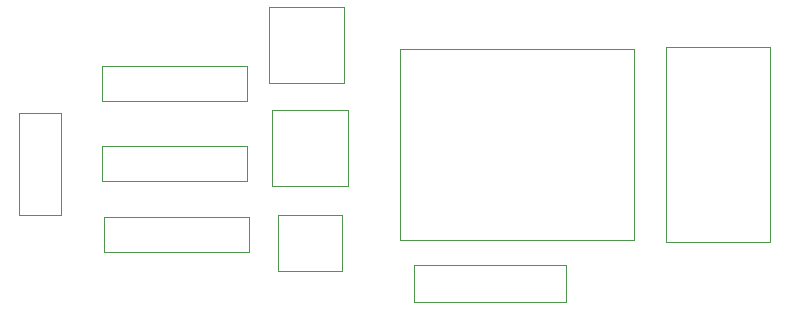
<source format=gbr>
%TF.GenerationSoftware,KiCad,Pcbnew,9.0.7*%
%TF.CreationDate,2026-01-29T22:17:19+05:30*%
%TF.ProjectId,RELAY,52454c41-592e-46b6-9963-61645f706362,rev?*%
%TF.SameCoordinates,Original*%
%TF.FileFunction,Other,User*%
%FSLAX46Y46*%
G04 Gerber Fmt 4.6, Leading zero omitted, Abs format (unit mm)*
G04 Created by KiCad (PCBNEW 9.0.7) date 2026-01-29 22:17:19*
%MOMM*%
%LPD*%
G01*
G04 APERTURE LIST*
%ADD10C,0.050000*%
G04 APERTURE END LIST*
%TO.C,J1*%
D10*
X185000000Y-106990000D02*
X176190000Y-106990000D01*
X176190000Y-123490000D01*
X185000000Y-123490000D01*
X185000000Y-106990000D01*
%TO.C,R1*%
X128490000Y-108590000D02*
X140750000Y-108590000D01*
X140750000Y-111590000D01*
X128490000Y-111590000D01*
X128490000Y-108590000D01*
%TO.C,J2*%
X121440000Y-112530000D02*
X124990000Y-112530000D01*
X121440000Y-121180000D02*
X121440000Y-112530000D01*
X124990000Y-112530000D02*
X124990000Y-121180000D01*
X124990000Y-121180000D02*
X121440000Y-121180000D01*
%TO.C,D3*%
X167720000Y-128600000D02*
X154860000Y-128600000D01*
X154860000Y-125400000D01*
X167720000Y-125400000D01*
X167720000Y-128600000D01*
%TO.C,K2*%
X153680000Y-107120000D02*
X153680000Y-123320000D01*
X153680000Y-123320000D02*
X173480000Y-123320000D01*
X173480000Y-107120000D02*
X153680000Y-107120000D01*
X173480000Y-123320000D02*
X173480000Y-107120000D01*
%TO.C,D1*%
X142840000Y-118780000D02*
X149260000Y-118780000D01*
X149260000Y-112350000D01*
X142840000Y-112350000D01*
X142840000Y-118780000D01*
%TO.C,R3*%
X128650000Y-121340000D02*
X140910000Y-121340000D01*
X140910000Y-124340000D01*
X128650000Y-124340000D01*
X128650000Y-121340000D01*
%TO.C,Q1*%
X143320000Y-121220000D02*
X143320000Y-125960000D01*
X143320000Y-121220000D02*
X148780000Y-121220000D01*
X148780000Y-125960000D02*
X143320000Y-125960000D01*
X148780000Y-125960000D02*
X148780000Y-121220000D01*
%TO.C,R2*%
X128490000Y-115340000D02*
X140750000Y-115340000D01*
X140750000Y-118340000D01*
X128490000Y-118340000D01*
X128490000Y-115340000D01*
%TO.C,D2*%
X148990000Y-110050000D02*
X142560000Y-110050000D01*
X142560000Y-103630000D01*
X148990000Y-103630000D01*
X148990000Y-110050000D01*
%TD*%
M02*

</source>
